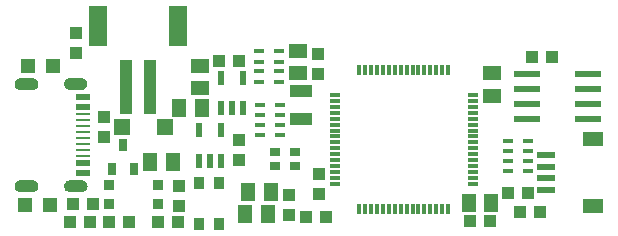
<source format=gbr>
G04 EAGLE Gerber RS-274X export*
G75*
%MOMM*%
%FSLAX34Y34*%
%LPD*%
%INSolderpaste Top*%
%IPPOS*%
%AMOC8*
5,1,8,0,0,1.08239X$1,22.5*%
G01*
%ADD10R,1.240000X1.500000*%
%ADD11R,1.000000X1.075000*%
%ADD12R,1.200000X1.200000*%
%ADD13R,1.075000X1.000000*%
%ADD14R,0.900000X0.900000*%
%ADD15R,0.550000X1.200000*%
%ADD16R,1.000000X4.600000*%
%ADD17R,1.600000X3.400000*%
%ADD18R,1.500000X1.240000*%
%ADD19R,1.900000X1.100000*%
%ADD20R,0.850000X1.000000*%
%ADD21R,2.200000X0.600000*%
%ADD22R,1.400000X1.400000*%
%ADD23R,0.635000X1.016000*%
%ADD24R,0.900000X0.450000*%
%ADD25R,0.900000X0.300000*%
%ADD26R,0.300000X0.900000*%
%ADD27R,1.550000X0.600000*%
%ADD28R,1.800000X1.200000*%
%ADD29R,1.150000X0.575000*%
%ADD30R,1.150000X0.275000*%
%ADD31R,0.900000X0.750000*%

G36*
X61468Y153919D02*
X61468Y153919D01*
X61469Y153919D01*
X62542Y154040D01*
X62543Y154041D01*
X62544Y154040D01*
X63564Y154397D01*
X63564Y154398D01*
X63565Y154398D01*
X64480Y154973D01*
X64481Y154973D01*
X65245Y155738D01*
X65820Y156653D01*
X65820Y156654D01*
X65821Y156654D01*
X66178Y157674D01*
X66178Y157675D01*
X66177Y157675D01*
X66178Y157676D01*
X66178Y157680D01*
X66179Y157685D01*
X66180Y157690D01*
X66182Y157710D01*
X66182Y157714D01*
X66182Y157715D01*
X66183Y157719D01*
X66183Y157720D01*
X66183Y157724D01*
X66184Y157729D01*
X66185Y157734D01*
X66185Y157739D01*
X66186Y157744D01*
X66186Y157749D01*
X66188Y157769D01*
X66189Y157769D01*
X66189Y157774D01*
X66190Y157779D01*
X66190Y157784D01*
X66191Y157789D01*
X66191Y157794D01*
X66192Y157799D01*
X66192Y157804D01*
X66193Y157809D01*
X66195Y157829D01*
X66196Y157834D01*
X66196Y157839D01*
X66197Y157844D01*
X66197Y157849D01*
X66198Y157854D01*
X66199Y157859D01*
X66199Y157864D01*
X66202Y157888D01*
X66202Y157893D01*
X66203Y157893D01*
X66202Y157893D01*
X66203Y157898D01*
X66204Y157903D01*
X66204Y157908D01*
X66205Y157913D01*
X66205Y157918D01*
X66206Y157923D01*
X66209Y157948D01*
X66209Y157953D01*
X66210Y157958D01*
X66210Y157963D01*
X66211Y157968D01*
X66211Y157973D01*
X66212Y157978D01*
X66213Y157983D01*
X66215Y158003D01*
X66215Y158008D01*
X66216Y158013D01*
X66216Y158018D01*
X66217Y158018D01*
X66216Y158018D01*
X66217Y158023D01*
X66218Y158028D01*
X66218Y158032D01*
X66218Y158033D01*
X66219Y158037D01*
X66219Y158038D01*
X66219Y158042D01*
X66222Y158062D01*
X66222Y158067D01*
X66223Y158072D01*
X66223Y158077D01*
X66224Y158082D01*
X66224Y158087D01*
X66225Y158092D01*
X66225Y158097D01*
X66226Y158102D01*
X66228Y158122D01*
X66229Y158127D01*
X66229Y158132D01*
X66230Y158137D01*
X66230Y158142D01*
X66231Y158142D01*
X66230Y158142D01*
X66231Y158147D01*
X66232Y158152D01*
X66232Y158157D01*
X66233Y158162D01*
X66235Y158182D01*
X66236Y158187D01*
X66236Y158191D01*
X66236Y158192D01*
X66237Y158196D01*
X66237Y158197D01*
X66237Y158201D01*
X66238Y158206D01*
X66238Y158211D01*
X66239Y158216D01*
X66242Y158241D01*
X66242Y158246D01*
X66243Y158251D01*
X66243Y158256D01*
X66244Y158261D01*
X66244Y158266D01*
X66245Y158266D01*
X66244Y158266D01*
X66245Y158271D01*
X66246Y158276D01*
X66248Y158301D01*
X66249Y158306D01*
X66250Y158311D01*
X66250Y158316D01*
X66251Y158321D01*
X66251Y158326D01*
X66252Y158331D01*
X66252Y158336D01*
X66255Y158355D01*
X66255Y158356D01*
X66255Y158360D01*
X66256Y158365D01*
X66256Y158370D01*
X66257Y158375D01*
X66257Y158380D01*
X66258Y158385D01*
X66258Y158390D01*
X66259Y158390D01*
X66258Y158390D01*
X66259Y158395D01*
X66261Y158415D01*
X66262Y158420D01*
X66262Y158425D01*
X66263Y158430D01*
X66264Y158435D01*
X66264Y158440D01*
X66265Y158445D01*
X66265Y158450D01*
X66266Y158455D01*
X66268Y158475D01*
X66269Y158480D01*
X66269Y158485D01*
X66270Y158490D01*
X66270Y158495D01*
X66271Y158500D01*
X66271Y158505D01*
X66272Y158509D01*
X66272Y158510D01*
X66272Y158514D01*
X66273Y158514D01*
X66272Y158515D01*
X66275Y158534D01*
X66275Y158539D01*
X66276Y158544D01*
X66276Y158549D01*
X66277Y158554D01*
X66278Y158559D01*
X66278Y158564D01*
X66279Y158569D01*
X66281Y158594D01*
X66282Y158599D01*
X66283Y158604D01*
X66283Y158609D01*
X66284Y158614D01*
X66284Y158619D01*
X66285Y158624D01*
X66285Y158629D01*
X66288Y158654D01*
X66289Y158659D01*
X66289Y158664D01*
X66290Y158668D01*
X66290Y158669D01*
X66290Y158673D01*
X66290Y158674D01*
X66291Y158678D01*
X66292Y158683D01*
X66292Y158688D01*
X66294Y158708D01*
X66295Y158713D01*
X66295Y158718D01*
X66296Y158723D01*
X66297Y158728D01*
X66297Y158733D01*
X66298Y158738D01*
X66298Y158743D01*
X66299Y158748D01*
X66299Y158749D01*
X66299Y158750D01*
X66299Y158751D01*
X66172Y159881D01*
X66171Y159881D01*
X66171Y159882D01*
X65796Y160956D01*
X65795Y160956D01*
X65795Y160957D01*
X65190Y161920D01*
X65189Y161920D01*
X65189Y161921D01*
X64385Y162725D01*
X64384Y162725D01*
X64384Y162726D01*
X63421Y163331D01*
X63420Y163331D01*
X63420Y163332D01*
X62346Y163707D01*
X62345Y163707D01*
X62345Y163708D01*
X61215Y163835D01*
X61214Y163835D01*
X51562Y163835D01*
X51561Y163835D01*
X51312Y163807D01*
X51268Y163802D01*
X51224Y163797D01*
X51180Y163792D01*
X50651Y163732D01*
X50607Y163727D01*
X50563Y163722D01*
X50562Y163722D01*
X50518Y163717D01*
X50431Y163708D01*
X50431Y163707D01*
X50430Y163707D01*
X49356Y163332D01*
X49356Y163331D01*
X49355Y163331D01*
X48392Y162726D01*
X48392Y162725D01*
X48391Y162725D01*
X47587Y161921D01*
X47587Y161920D01*
X47586Y161920D01*
X46981Y160957D01*
X46981Y160956D01*
X46980Y160956D01*
X46605Y159882D01*
X46605Y159881D01*
X46604Y159881D01*
X46602Y159862D01*
X46602Y159857D01*
X46601Y159852D01*
X46601Y159847D01*
X46600Y159842D01*
X46600Y159837D01*
X46599Y159832D01*
X46598Y159828D01*
X46598Y159827D01*
X46598Y159823D01*
X46598Y159822D01*
X46596Y159803D01*
X46595Y159798D01*
X46595Y159793D01*
X46594Y159793D01*
X46595Y159793D01*
X46594Y159788D01*
X46593Y159783D01*
X46593Y159778D01*
X46592Y159773D01*
X46592Y159768D01*
X46591Y159763D01*
X46589Y159743D01*
X46588Y159738D01*
X46588Y159733D01*
X46587Y159728D01*
X46587Y159723D01*
X46586Y159718D01*
X46586Y159713D01*
X46585Y159708D01*
X46584Y159703D01*
X46582Y159683D01*
X46582Y159678D01*
X46581Y159673D01*
X46581Y159669D01*
X46580Y159668D01*
X46581Y159668D01*
X46580Y159664D01*
X46580Y159663D01*
X46579Y159659D01*
X46579Y159654D01*
X46578Y159649D01*
X46578Y159644D01*
X46575Y159624D01*
X46575Y159619D01*
X46574Y159614D01*
X46574Y159609D01*
X46573Y159604D01*
X46573Y159599D01*
X46572Y159594D01*
X46572Y159589D01*
X46571Y159584D01*
X46569Y159564D01*
X46568Y159559D01*
X46568Y159554D01*
X46567Y159549D01*
X46567Y159544D01*
X46566Y159544D01*
X46567Y159544D01*
X46566Y159539D01*
X46565Y159534D01*
X46565Y159529D01*
X46564Y159524D01*
X46562Y159505D01*
X46562Y159504D01*
X46561Y159500D01*
X46561Y159495D01*
X46560Y159490D01*
X46560Y159485D01*
X46559Y159480D01*
X46559Y159475D01*
X46558Y159470D01*
X46558Y159465D01*
X46555Y159445D01*
X46555Y159440D01*
X46554Y159435D01*
X46554Y159430D01*
X46553Y159425D01*
X46553Y159420D01*
X46552Y159420D01*
X46553Y159420D01*
X46552Y159415D01*
X46551Y159410D01*
X46551Y159405D01*
X46549Y159385D01*
X46548Y159380D01*
X46547Y159375D01*
X46547Y159370D01*
X46546Y159365D01*
X46546Y159360D01*
X46545Y159355D01*
X46545Y159351D01*
X46545Y159350D01*
X46544Y159346D01*
X46544Y159345D01*
X46542Y159326D01*
X46541Y159321D01*
X46541Y159316D01*
X46540Y159311D01*
X46540Y159306D01*
X46539Y159301D01*
X46539Y159296D01*
X46538Y159296D01*
X46539Y159296D01*
X46538Y159291D01*
X46537Y159286D01*
X46535Y159266D01*
X46535Y159261D01*
X46534Y159256D01*
X46533Y159251D01*
X46533Y159246D01*
X46532Y159241D01*
X46532Y159236D01*
X46531Y159231D01*
X46528Y159206D01*
X46528Y159201D01*
X46527Y159196D01*
X46527Y159192D01*
X46527Y159191D01*
X46526Y159187D01*
X46526Y159186D01*
X46526Y159182D01*
X46525Y159177D01*
X46525Y159172D01*
X46524Y159172D01*
X46525Y159172D01*
X46522Y159147D01*
X46521Y159142D01*
X46521Y159137D01*
X46520Y159132D01*
X46519Y159127D01*
X46519Y159122D01*
X46518Y159117D01*
X46518Y159112D01*
X46515Y159087D01*
X46514Y159082D01*
X46514Y159077D01*
X46513Y159072D01*
X46513Y159067D01*
X46512Y159062D01*
X46512Y159057D01*
X46511Y159052D01*
X46508Y159028D01*
X46508Y159027D01*
X46508Y159023D01*
X46507Y159018D01*
X46507Y159013D01*
X46506Y159008D01*
X46505Y159003D01*
X46505Y158998D01*
X46504Y158993D01*
X46502Y158968D01*
X46501Y158963D01*
X46500Y158958D01*
X46500Y158953D01*
X46499Y158948D01*
X46499Y158943D01*
X46498Y158938D01*
X46498Y158933D01*
X46495Y158913D01*
X46495Y158908D01*
X46494Y158903D01*
X46494Y158898D01*
X46493Y158893D01*
X46493Y158888D01*
X46492Y158883D01*
X46491Y158878D01*
X46491Y158874D01*
X46491Y158873D01*
X46489Y158854D01*
X46488Y158849D01*
X46488Y158844D01*
X46487Y158839D01*
X46486Y158834D01*
X46486Y158829D01*
X46485Y158824D01*
X46485Y158819D01*
X46484Y158814D01*
X46482Y158794D01*
X46481Y158789D01*
X46481Y158784D01*
X46480Y158779D01*
X46480Y158774D01*
X46479Y158769D01*
X46479Y158764D01*
X46478Y158759D01*
X46477Y158754D01*
X46477Y158751D01*
X46478Y158750D01*
X46477Y158749D01*
X46598Y157676D01*
X46599Y157675D01*
X46598Y157674D01*
X46955Y156654D01*
X46956Y156654D01*
X46956Y156653D01*
X47531Y155738D01*
X48296Y154973D01*
X49211Y154398D01*
X49212Y154398D01*
X49212Y154397D01*
X50232Y154040D01*
X50233Y154041D01*
X50234Y154040D01*
X51307Y153919D01*
X51308Y153919D01*
X61468Y153919D01*
X61468Y153919D01*
G37*
G36*
X19685Y153792D02*
X19685Y153792D01*
X19686Y153792D01*
X20759Y153913D01*
X20760Y153914D01*
X20761Y153913D01*
X21781Y154270D01*
X21781Y154271D01*
X21782Y154271D01*
X22697Y154846D01*
X22698Y154846D01*
X23462Y155611D01*
X24037Y156526D01*
X24037Y156527D01*
X24038Y156527D01*
X24395Y157547D01*
X24395Y157548D01*
X24394Y157548D01*
X24395Y157549D01*
X24395Y157553D01*
X24396Y157558D01*
X24397Y157563D01*
X24399Y157583D01*
X24399Y157587D01*
X24399Y157588D01*
X24400Y157592D01*
X24400Y157593D01*
X24400Y157597D01*
X24401Y157602D01*
X24402Y157607D01*
X24402Y157612D01*
X24403Y157617D01*
X24403Y157622D01*
X24405Y157642D01*
X24406Y157642D01*
X24406Y157647D01*
X24407Y157652D01*
X24407Y157657D01*
X24408Y157662D01*
X24408Y157667D01*
X24409Y157672D01*
X24409Y157677D01*
X24410Y157682D01*
X24412Y157702D01*
X24413Y157707D01*
X24413Y157712D01*
X24414Y157717D01*
X24414Y157722D01*
X24415Y157727D01*
X24416Y157732D01*
X24416Y157737D01*
X24419Y157761D01*
X24419Y157766D01*
X24420Y157766D01*
X24419Y157766D01*
X24420Y157771D01*
X24421Y157776D01*
X24421Y157781D01*
X24422Y157786D01*
X24422Y157791D01*
X24423Y157796D01*
X24426Y157821D01*
X24426Y157826D01*
X24427Y157831D01*
X24427Y157836D01*
X24428Y157841D01*
X24428Y157846D01*
X24429Y157851D01*
X24430Y157856D01*
X24432Y157876D01*
X24432Y157881D01*
X24433Y157886D01*
X24433Y157891D01*
X24434Y157891D01*
X24433Y157891D01*
X24434Y157896D01*
X24435Y157901D01*
X24435Y157905D01*
X24435Y157906D01*
X24436Y157910D01*
X24436Y157911D01*
X24436Y157915D01*
X24439Y157935D01*
X24439Y157940D01*
X24440Y157945D01*
X24440Y157950D01*
X24441Y157955D01*
X24441Y157960D01*
X24442Y157965D01*
X24442Y157970D01*
X24443Y157975D01*
X24445Y157995D01*
X24446Y158000D01*
X24446Y158005D01*
X24447Y158010D01*
X24447Y158015D01*
X24448Y158015D01*
X24447Y158015D01*
X24448Y158020D01*
X24449Y158025D01*
X24449Y158030D01*
X24450Y158035D01*
X24452Y158055D01*
X24453Y158060D01*
X24453Y158064D01*
X24453Y158065D01*
X24454Y158069D01*
X24454Y158070D01*
X24454Y158074D01*
X24455Y158079D01*
X24455Y158084D01*
X24456Y158089D01*
X24459Y158114D01*
X24459Y158119D01*
X24460Y158124D01*
X24460Y158129D01*
X24461Y158134D01*
X24461Y158139D01*
X24462Y158139D01*
X24461Y158139D01*
X24462Y158144D01*
X24463Y158149D01*
X24465Y158174D01*
X24466Y158179D01*
X24467Y158184D01*
X24467Y158189D01*
X24468Y158194D01*
X24468Y158199D01*
X24469Y158204D01*
X24469Y158209D01*
X24472Y158228D01*
X24472Y158229D01*
X24472Y158233D01*
X24473Y158238D01*
X24473Y158243D01*
X24474Y158248D01*
X24474Y158253D01*
X24475Y158258D01*
X24475Y158263D01*
X24476Y158263D01*
X24475Y158263D01*
X24476Y158268D01*
X24478Y158288D01*
X24479Y158293D01*
X24479Y158298D01*
X24480Y158303D01*
X24481Y158308D01*
X24481Y158313D01*
X24482Y158318D01*
X24482Y158323D01*
X24483Y158328D01*
X24485Y158348D01*
X24486Y158353D01*
X24486Y158358D01*
X24487Y158363D01*
X24487Y158368D01*
X24488Y158373D01*
X24488Y158378D01*
X24489Y158382D01*
X24489Y158383D01*
X24489Y158387D01*
X24490Y158387D01*
X24489Y158388D01*
X24492Y158407D01*
X24492Y158412D01*
X24493Y158417D01*
X24493Y158422D01*
X24494Y158427D01*
X24495Y158432D01*
X24495Y158437D01*
X24496Y158442D01*
X24498Y158467D01*
X24499Y158472D01*
X24500Y158477D01*
X24500Y158482D01*
X24501Y158487D01*
X24501Y158492D01*
X24502Y158497D01*
X24502Y158502D01*
X24505Y158527D01*
X24506Y158532D01*
X24506Y158537D01*
X24507Y158541D01*
X24507Y158542D01*
X24507Y158546D01*
X24507Y158547D01*
X24508Y158551D01*
X24509Y158556D01*
X24509Y158561D01*
X24511Y158581D01*
X24512Y158586D01*
X24512Y158591D01*
X24513Y158596D01*
X24514Y158601D01*
X24514Y158606D01*
X24515Y158611D01*
X24515Y158616D01*
X24516Y158621D01*
X24516Y158622D01*
X24516Y158623D01*
X24516Y158624D01*
X24389Y159754D01*
X24388Y159754D01*
X24388Y159755D01*
X24013Y160829D01*
X24012Y160829D01*
X24012Y160830D01*
X23407Y161793D01*
X23406Y161793D01*
X23406Y161794D01*
X22602Y162598D01*
X22601Y162598D01*
X22601Y162599D01*
X21638Y163204D01*
X21637Y163204D01*
X21637Y163205D01*
X20563Y163580D01*
X20562Y163580D01*
X20562Y163581D01*
X19432Y163708D01*
X19431Y163708D01*
X9779Y163708D01*
X9778Y163708D01*
X9529Y163680D01*
X9485Y163675D01*
X9441Y163670D01*
X9397Y163665D01*
X8868Y163605D01*
X8824Y163600D01*
X8780Y163595D01*
X8779Y163595D01*
X8735Y163590D01*
X8648Y163581D01*
X8648Y163580D01*
X8647Y163580D01*
X7573Y163205D01*
X7573Y163204D01*
X7572Y163204D01*
X6609Y162599D01*
X6609Y162598D01*
X6608Y162598D01*
X5804Y161794D01*
X5804Y161793D01*
X5803Y161793D01*
X5198Y160830D01*
X5198Y160829D01*
X5197Y160829D01*
X4822Y159755D01*
X4822Y159754D01*
X4821Y159754D01*
X4819Y159735D01*
X4819Y159730D01*
X4818Y159725D01*
X4818Y159720D01*
X4817Y159715D01*
X4817Y159710D01*
X4816Y159705D01*
X4815Y159701D01*
X4815Y159700D01*
X4815Y159696D01*
X4815Y159695D01*
X4813Y159676D01*
X4812Y159671D01*
X4812Y159666D01*
X4811Y159666D01*
X4812Y159666D01*
X4811Y159661D01*
X4810Y159656D01*
X4810Y159651D01*
X4809Y159646D01*
X4809Y159641D01*
X4808Y159636D01*
X4806Y159616D01*
X4805Y159611D01*
X4805Y159606D01*
X4804Y159601D01*
X4804Y159596D01*
X4803Y159591D01*
X4803Y159586D01*
X4802Y159581D01*
X4801Y159576D01*
X4799Y159556D01*
X4799Y159551D01*
X4798Y159546D01*
X4798Y159542D01*
X4797Y159541D01*
X4798Y159541D01*
X4797Y159537D01*
X4797Y159536D01*
X4796Y159532D01*
X4796Y159527D01*
X4795Y159522D01*
X4795Y159517D01*
X4792Y159497D01*
X4792Y159492D01*
X4791Y159487D01*
X4791Y159482D01*
X4790Y159477D01*
X4790Y159472D01*
X4789Y159467D01*
X4789Y159462D01*
X4788Y159457D01*
X4786Y159437D01*
X4785Y159432D01*
X4785Y159427D01*
X4784Y159422D01*
X4784Y159417D01*
X4783Y159417D01*
X4784Y159417D01*
X4783Y159412D01*
X4782Y159407D01*
X4782Y159402D01*
X4781Y159397D01*
X4779Y159378D01*
X4779Y159377D01*
X4778Y159373D01*
X4778Y159368D01*
X4777Y159363D01*
X4777Y159358D01*
X4776Y159353D01*
X4776Y159348D01*
X4775Y159343D01*
X4775Y159338D01*
X4772Y159318D01*
X4772Y159313D01*
X4771Y159308D01*
X4771Y159303D01*
X4770Y159298D01*
X4770Y159293D01*
X4769Y159293D01*
X4770Y159293D01*
X4769Y159288D01*
X4768Y159283D01*
X4768Y159278D01*
X4766Y159258D01*
X4765Y159253D01*
X4764Y159248D01*
X4764Y159243D01*
X4763Y159238D01*
X4763Y159233D01*
X4762Y159228D01*
X4762Y159224D01*
X4762Y159223D01*
X4761Y159219D01*
X4761Y159218D01*
X4759Y159199D01*
X4758Y159194D01*
X4758Y159189D01*
X4757Y159184D01*
X4757Y159179D01*
X4756Y159174D01*
X4756Y159169D01*
X4755Y159169D01*
X4756Y159169D01*
X4755Y159164D01*
X4754Y159159D01*
X4752Y159139D01*
X4752Y159134D01*
X4751Y159129D01*
X4750Y159124D01*
X4750Y159119D01*
X4749Y159114D01*
X4749Y159109D01*
X4748Y159104D01*
X4745Y159079D01*
X4745Y159074D01*
X4744Y159069D01*
X4744Y159065D01*
X4744Y159064D01*
X4743Y159060D01*
X4743Y159059D01*
X4743Y159055D01*
X4742Y159050D01*
X4742Y159045D01*
X4741Y159045D01*
X4742Y159045D01*
X4739Y159020D01*
X4738Y159015D01*
X4738Y159010D01*
X4737Y159005D01*
X4736Y159000D01*
X4736Y158995D01*
X4735Y158990D01*
X4735Y158985D01*
X4732Y158960D01*
X4731Y158955D01*
X4731Y158950D01*
X4730Y158945D01*
X4730Y158940D01*
X4729Y158935D01*
X4729Y158930D01*
X4728Y158925D01*
X4725Y158901D01*
X4725Y158900D01*
X4725Y158896D01*
X4724Y158891D01*
X4724Y158886D01*
X4723Y158881D01*
X4722Y158876D01*
X4722Y158871D01*
X4721Y158866D01*
X4719Y158841D01*
X4718Y158836D01*
X4717Y158831D01*
X4717Y158826D01*
X4716Y158821D01*
X4716Y158816D01*
X4715Y158811D01*
X4715Y158806D01*
X4712Y158786D01*
X4712Y158781D01*
X4711Y158776D01*
X4711Y158771D01*
X4710Y158766D01*
X4710Y158761D01*
X4709Y158756D01*
X4708Y158751D01*
X4708Y158747D01*
X4708Y158746D01*
X4706Y158727D01*
X4705Y158722D01*
X4705Y158717D01*
X4704Y158712D01*
X4703Y158707D01*
X4703Y158702D01*
X4702Y158697D01*
X4702Y158692D01*
X4701Y158687D01*
X4699Y158667D01*
X4698Y158662D01*
X4698Y158657D01*
X4697Y158652D01*
X4697Y158647D01*
X4696Y158642D01*
X4696Y158637D01*
X4695Y158632D01*
X4694Y158627D01*
X4694Y158624D01*
X4695Y158623D01*
X4694Y158622D01*
X4815Y157549D01*
X4816Y157548D01*
X4815Y157547D01*
X5172Y156527D01*
X5173Y156527D01*
X5173Y156526D01*
X5748Y155611D01*
X6513Y154846D01*
X7428Y154271D01*
X7429Y154271D01*
X7429Y154270D01*
X8449Y153913D01*
X8450Y153914D01*
X8451Y153913D01*
X9524Y153792D01*
X9525Y153792D01*
X19685Y153792D01*
X19685Y153792D01*
G37*
G36*
X61595Y67432D02*
X61595Y67432D01*
X61596Y67432D01*
X62669Y67553D01*
X62670Y67554D01*
X62671Y67553D01*
X63691Y67910D01*
X63691Y67911D01*
X63692Y67911D01*
X64607Y68486D01*
X64608Y68486D01*
X65372Y69251D01*
X65947Y70166D01*
X65947Y70167D01*
X65948Y70167D01*
X66305Y71187D01*
X66305Y71188D01*
X66304Y71188D01*
X66305Y71189D01*
X66305Y71193D01*
X66306Y71198D01*
X66307Y71203D01*
X66309Y71223D01*
X66309Y71227D01*
X66309Y71228D01*
X66310Y71232D01*
X66310Y71233D01*
X66310Y71237D01*
X66311Y71242D01*
X66312Y71247D01*
X66312Y71252D01*
X66313Y71257D01*
X66313Y71262D01*
X66315Y71282D01*
X66316Y71282D01*
X66316Y71287D01*
X66317Y71292D01*
X66317Y71297D01*
X66318Y71302D01*
X66318Y71307D01*
X66319Y71312D01*
X66319Y71317D01*
X66320Y71322D01*
X66322Y71342D01*
X66323Y71347D01*
X66323Y71352D01*
X66324Y71357D01*
X66324Y71362D01*
X66325Y71367D01*
X66326Y71372D01*
X66326Y71377D01*
X66329Y71401D01*
X66329Y71406D01*
X66330Y71406D01*
X66329Y71406D01*
X66330Y71411D01*
X66331Y71416D01*
X66331Y71421D01*
X66332Y71426D01*
X66332Y71431D01*
X66333Y71436D01*
X66336Y71461D01*
X66336Y71466D01*
X66337Y71471D01*
X66337Y71476D01*
X66338Y71481D01*
X66338Y71486D01*
X66339Y71491D01*
X66340Y71496D01*
X66342Y71516D01*
X66342Y71521D01*
X66343Y71526D01*
X66343Y71531D01*
X66344Y71531D01*
X66343Y71531D01*
X66344Y71536D01*
X66345Y71541D01*
X66345Y71545D01*
X66345Y71546D01*
X66346Y71550D01*
X66346Y71551D01*
X66346Y71555D01*
X66349Y71575D01*
X66349Y71580D01*
X66350Y71585D01*
X66350Y71590D01*
X66351Y71595D01*
X66351Y71600D01*
X66352Y71605D01*
X66352Y71610D01*
X66353Y71615D01*
X66355Y71635D01*
X66356Y71640D01*
X66356Y71645D01*
X66357Y71650D01*
X66357Y71655D01*
X66358Y71655D01*
X66357Y71655D01*
X66358Y71660D01*
X66359Y71665D01*
X66359Y71670D01*
X66360Y71675D01*
X66362Y71695D01*
X66363Y71700D01*
X66363Y71704D01*
X66363Y71705D01*
X66364Y71709D01*
X66364Y71710D01*
X66364Y71714D01*
X66365Y71719D01*
X66365Y71724D01*
X66366Y71729D01*
X66369Y71754D01*
X66369Y71759D01*
X66370Y71764D01*
X66370Y71769D01*
X66371Y71774D01*
X66371Y71779D01*
X66372Y71779D01*
X66371Y71779D01*
X66372Y71784D01*
X66373Y71789D01*
X66375Y71814D01*
X66376Y71819D01*
X66377Y71824D01*
X66377Y71829D01*
X66378Y71834D01*
X66378Y71839D01*
X66379Y71844D01*
X66379Y71849D01*
X66382Y71868D01*
X66382Y71869D01*
X66382Y71873D01*
X66383Y71878D01*
X66383Y71883D01*
X66384Y71888D01*
X66384Y71893D01*
X66385Y71898D01*
X66385Y71903D01*
X66386Y71903D01*
X66385Y71903D01*
X66386Y71908D01*
X66388Y71928D01*
X66389Y71933D01*
X66389Y71938D01*
X66390Y71943D01*
X66391Y71948D01*
X66391Y71953D01*
X66392Y71958D01*
X66392Y71963D01*
X66393Y71968D01*
X66395Y71988D01*
X66396Y71993D01*
X66396Y71998D01*
X66397Y72003D01*
X66397Y72008D01*
X66398Y72013D01*
X66398Y72018D01*
X66399Y72022D01*
X66399Y72023D01*
X66399Y72027D01*
X66400Y72027D01*
X66399Y72028D01*
X66402Y72047D01*
X66402Y72052D01*
X66403Y72057D01*
X66403Y72062D01*
X66404Y72067D01*
X66405Y72072D01*
X66405Y72077D01*
X66406Y72082D01*
X66408Y72107D01*
X66409Y72112D01*
X66410Y72117D01*
X66410Y72122D01*
X66411Y72127D01*
X66411Y72132D01*
X66412Y72137D01*
X66412Y72142D01*
X66415Y72167D01*
X66416Y72172D01*
X66416Y72177D01*
X66417Y72181D01*
X66417Y72182D01*
X66417Y72186D01*
X66417Y72187D01*
X66418Y72191D01*
X66419Y72196D01*
X66419Y72201D01*
X66421Y72221D01*
X66422Y72226D01*
X66422Y72231D01*
X66423Y72236D01*
X66424Y72241D01*
X66424Y72246D01*
X66425Y72251D01*
X66425Y72256D01*
X66426Y72261D01*
X66426Y72262D01*
X66426Y72263D01*
X66426Y72264D01*
X66299Y73394D01*
X66298Y73394D01*
X66298Y73395D01*
X65923Y74469D01*
X65922Y74469D01*
X65922Y74470D01*
X65317Y75433D01*
X65316Y75433D01*
X65316Y75434D01*
X64512Y76238D01*
X64511Y76238D01*
X64511Y76239D01*
X63548Y76844D01*
X63547Y76844D01*
X63547Y76845D01*
X62473Y77220D01*
X62472Y77220D01*
X62472Y77221D01*
X61342Y77348D01*
X61341Y77348D01*
X51689Y77348D01*
X51688Y77348D01*
X51439Y77320D01*
X51395Y77315D01*
X51351Y77310D01*
X51307Y77305D01*
X50778Y77245D01*
X50734Y77240D01*
X50690Y77235D01*
X50689Y77235D01*
X50645Y77230D01*
X50558Y77221D01*
X50558Y77220D01*
X50557Y77220D01*
X49483Y76845D01*
X49483Y76844D01*
X49482Y76844D01*
X48519Y76239D01*
X48519Y76238D01*
X48518Y76238D01*
X47714Y75434D01*
X47714Y75433D01*
X47713Y75433D01*
X47108Y74470D01*
X47108Y74469D01*
X47107Y74469D01*
X46732Y73395D01*
X46732Y73394D01*
X46731Y73394D01*
X46729Y73375D01*
X46729Y73370D01*
X46728Y73365D01*
X46728Y73360D01*
X46727Y73355D01*
X46727Y73350D01*
X46726Y73345D01*
X46725Y73341D01*
X46725Y73340D01*
X46725Y73336D01*
X46725Y73335D01*
X46723Y73316D01*
X46722Y73311D01*
X46722Y73306D01*
X46721Y73306D01*
X46722Y73306D01*
X46721Y73301D01*
X46720Y73296D01*
X46720Y73291D01*
X46719Y73286D01*
X46719Y73281D01*
X46718Y73276D01*
X46716Y73256D01*
X46715Y73251D01*
X46715Y73246D01*
X46714Y73241D01*
X46714Y73236D01*
X46713Y73231D01*
X46713Y73226D01*
X46712Y73221D01*
X46711Y73216D01*
X46709Y73196D01*
X46709Y73191D01*
X46708Y73186D01*
X46708Y73182D01*
X46707Y73181D01*
X46708Y73181D01*
X46707Y73177D01*
X46707Y73176D01*
X46706Y73172D01*
X46706Y73167D01*
X46705Y73162D01*
X46705Y73157D01*
X46702Y73137D01*
X46702Y73132D01*
X46701Y73127D01*
X46701Y73122D01*
X46700Y73117D01*
X46700Y73112D01*
X46699Y73107D01*
X46699Y73102D01*
X46698Y73097D01*
X46696Y73077D01*
X46695Y73072D01*
X46695Y73067D01*
X46694Y73062D01*
X46694Y73057D01*
X46693Y73057D01*
X46694Y73057D01*
X46693Y73052D01*
X46692Y73047D01*
X46692Y73042D01*
X46691Y73037D01*
X46689Y73018D01*
X46689Y73017D01*
X46688Y73013D01*
X46688Y73008D01*
X46687Y73003D01*
X46687Y72998D01*
X46686Y72993D01*
X46686Y72988D01*
X46685Y72983D01*
X46685Y72978D01*
X46682Y72958D01*
X46682Y72953D01*
X46681Y72948D01*
X46681Y72943D01*
X46680Y72938D01*
X46680Y72933D01*
X46679Y72933D01*
X46680Y72933D01*
X46679Y72928D01*
X46678Y72923D01*
X46678Y72918D01*
X46676Y72898D01*
X46675Y72893D01*
X46674Y72888D01*
X46674Y72883D01*
X46673Y72878D01*
X46673Y72873D01*
X46672Y72868D01*
X46672Y72864D01*
X46672Y72863D01*
X46671Y72859D01*
X46671Y72858D01*
X46669Y72839D01*
X46668Y72834D01*
X46668Y72829D01*
X46667Y72824D01*
X46667Y72819D01*
X46666Y72814D01*
X46666Y72809D01*
X46665Y72809D01*
X46666Y72809D01*
X46665Y72804D01*
X46664Y72799D01*
X46662Y72779D01*
X46662Y72774D01*
X46661Y72769D01*
X46660Y72764D01*
X46660Y72759D01*
X46659Y72754D01*
X46659Y72749D01*
X46658Y72744D01*
X46655Y72719D01*
X46655Y72714D01*
X46654Y72709D01*
X46654Y72705D01*
X46654Y72704D01*
X46653Y72700D01*
X46653Y72699D01*
X46653Y72695D01*
X46652Y72690D01*
X46652Y72685D01*
X46651Y72685D01*
X46652Y72685D01*
X46649Y72660D01*
X46648Y72655D01*
X46648Y72650D01*
X46647Y72645D01*
X46646Y72640D01*
X46646Y72635D01*
X46645Y72630D01*
X46645Y72625D01*
X46642Y72600D01*
X46641Y72595D01*
X46641Y72590D01*
X46640Y72585D01*
X46640Y72580D01*
X46639Y72575D01*
X46639Y72570D01*
X46638Y72565D01*
X46635Y72541D01*
X46635Y72540D01*
X46635Y72536D01*
X46634Y72531D01*
X46634Y72526D01*
X46633Y72521D01*
X46632Y72516D01*
X46632Y72511D01*
X46631Y72506D01*
X46629Y72481D01*
X46628Y72476D01*
X46627Y72471D01*
X46627Y72466D01*
X46626Y72461D01*
X46626Y72456D01*
X46625Y72451D01*
X46625Y72446D01*
X46622Y72426D01*
X46622Y72421D01*
X46621Y72416D01*
X46621Y72411D01*
X46620Y72406D01*
X46620Y72401D01*
X46619Y72396D01*
X46618Y72391D01*
X46618Y72387D01*
X46618Y72386D01*
X46616Y72367D01*
X46615Y72362D01*
X46615Y72357D01*
X46614Y72352D01*
X46613Y72347D01*
X46613Y72342D01*
X46612Y72337D01*
X46612Y72332D01*
X46611Y72327D01*
X46609Y72307D01*
X46608Y72302D01*
X46608Y72297D01*
X46607Y72292D01*
X46607Y72287D01*
X46606Y72282D01*
X46606Y72277D01*
X46605Y72272D01*
X46604Y72267D01*
X46604Y72264D01*
X46605Y72263D01*
X46604Y72262D01*
X46725Y71189D01*
X46726Y71188D01*
X46725Y71187D01*
X47082Y70167D01*
X47083Y70167D01*
X47083Y70166D01*
X47658Y69251D01*
X48423Y68486D01*
X49338Y67911D01*
X49339Y67911D01*
X49339Y67910D01*
X50359Y67553D01*
X50360Y67554D01*
X50361Y67553D01*
X51434Y67432D01*
X51435Y67432D01*
X61595Y67432D01*
X61595Y67432D01*
G37*
G36*
X19685Y67432D02*
X19685Y67432D01*
X19686Y67432D01*
X20759Y67553D01*
X20760Y67554D01*
X20761Y67553D01*
X21781Y67910D01*
X21781Y67911D01*
X21782Y67911D01*
X22697Y68486D01*
X22698Y68486D01*
X23462Y69251D01*
X24037Y70166D01*
X24037Y70167D01*
X24038Y70167D01*
X24395Y71187D01*
X24395Y71188D01*
X24394Y71188D01*
X24395Y71189D01*
X24395Y71193D01*
X24396Y71198D01*
X24397Y71203D01*
X24399Y71223D01*
X24399Y71227D01*
X24399Y71228D01*
X24400Y71232D01*
X24400Y71233D01*
X24400Y71237D01*
X24401Y71242D01*
X24402Y71247D01*
X24402Y71252D01*
X24403Y71257D01*
X24403Y71262D01*
X24405Y71282D01*
X24406Y71282D01*
X24406Y71287D01*
X24407Y71292D01*
X24407Y71297D01*
X24408Y71302D01*
X24408Y71307D01*
X24409Y71312D01*
X24409Y71317D01*
X24410Y71322D01*
X24412Y71342D01*
X24413Y71347D01*
X24413Y71352D01*
X24414Y71357D01*
X24414Y71362D01*
X24415Y71367D01*
X24416Y71372D01*
X24416Y71377D01*
X24419Y71401D01*
X24419Y71406D01*
X24420Y71406D01*
X24419Y71406D01*
X24420Y71411D01*
X24421Y71416D01*
X24421Y71421D01*
X24422Y71426D01*
X24422Y71431D01*
X24423Y71436D01*
X24426Y71461D01*
X24426Y71466D01*
X24427Y71471D01*
X24427Y71476D01*
X24428Y71481D01*
X24428Y71486D01*
X24429Y71491D01*
X24430Y71496D01*
X24432Y71516D01*
X24432Y71521D01*
X24433Y71526D01*
X24433Y71531D01*
X24434Y71531D01*
X24433Y71531D01*
X24434Y71536D01*
X24435Y71541D01*
X24435Y71545D01*
X24435Y71546D01*
X24436Y71550D01*
X24436Y71551D01*
X24436Y71555D01*
X24439Y71575D01*
X24439Y71580D01*
X24440Y71585D01*
X24440Y71590D01*
X24441Y71595D01*
X24441Y71600D01*
X24442Y71605D01*
X24442Y71610D01*
X24443Y71615D01*
X24445Y71635D01*
X24446Y71640D01*
X24446Y71645D01*
X24447Y71650D01*
X24447Y71655D01*
X24448Y71655D01*
X24447Y71655D01*
X24448Y71660D01*
X24449Y71665D01*
X24449Y71670D01*
X24450Y71675D01*
X24452Y71695D01*
X24453Y71700D01*
X24453Y71704D01*
X24453Y71705D01*
X24454Y71709D01*
X24454Y71710D01*
X24454Y71714D01*
X24455Y71719D01*
X24455Y71724D01*
X24456Y71729D01*
X24459Y71754D01*
X24459Y71759D01*
X24460Y71764D01*
X24460Y71769D01*
X24461Y71774D01*
X24461Y71779D01*
X24462Y71779D01*
X24461Y71779D01*
X24462Y71784D01*
X24463Y71789D01*
X24465Y71814D01*
X24466Y71819D01*
X24467Y71824D01*
X24467Y71829D01*
X24468Y71834D01*
X24468Y71839D01*
X24469Y71844D01*
X24469Y71849D01*
X24472Y71868D01*
X24472Y71869D01*
X24472Y71873D01*
X24473Y71878D01*
X24473Y71883D01*
X24474Y71888D01*
X24474Y71893D01*
X24475Y71898D01*
X24475Y71903D01*
X24476Y71903D01*
X24475Y71903D01*
X24476Y71908D01*
X24478Y71928D01*
X24479Y71933D01*
X24479Y71938D01*
X24480Y71943D01*
X24481Y71948D01*
X24481Y71953D01*
X24482Y71958D01*
X24482Y71963D01*
X24483Y71968D01*
X24485Y71988D01*
X24486Y71993D01*
X24486Y71998D01*
X24487Y72003D01*
X24487Y72008D01*
X24488Y72013D01*
X24488Y72018D01*
X24489Y72022D01*
X24489Y72023D01*
X24489Y72027D01*
X24490Y72027D01*
X24489Y72028D01*
X24492Y72047D01*
X24492Y72052D01*
X24493Y72057D01*
X24493Y72062D01*
X24494Y72067D01*
X24495Y72072D01*
X24495Y72077D01*
X24496Y72082D01*
X24498Y72107D01*
X24499Y72112D01*
X24500Y72117D01*
X24500Y72122D01*
X24501Y72127D01*
X24501Y72132D01*
X24502Y72137D01*
X24502Y72142D01*
X24505Y72167D01*
X24506Y72172D01*
X24506Y72177D01*
X24507Y72181D01*
X24507Y72182D01*
X24507Y72186D01*
X24507Y72187D01*
X24508Y72191D01*
X24509Y72196D01*
X24509Y72201D01*
X24511Y72221D01*
X24512Y72226D01*
X24512Y72231D01*
X24513Y72236D01*
X24514Y72241D01*
X24514Y72246D01*
X24515Y72251D01*
X24515Y72256D01*
X24516Y72261D01*
X24516Y72262D01*
X24516Y72263D01*
X24516Y72264D01*
X24389Y73394D01*
X24388Y73394D01*
X24388Y73395D01*
X24013Y74469D01*
X24012Y74469D01*
X24012Y74470D01*
X23407Y75433D01*
X23406Y75433D01*
X23406Y75434D01*
X22602Y76238D01*
X22601Y76238D01*
X22601Y76239D01*
X21638Y76844D01*
X21637Y76844D01*
X21637Y76845D01*
X20563Y77220D01*
X20562Y77220D01*
X20562Y77221D01*
X19432Y77348D01*
X19431Y77348D01*
X9779Y77348D01*
X9778Y77348D01*
X9529Y77320D01*
X9485Y77315D01*
X9441Y77310D01*
X9397Y77305D01*
X8868Y77245D01*
X8824Y77240D01*
X8780Y77235D01*
X8779Y77235D01*
X8735Y77230D01*
X8648Y77221D01*
X8648Y77220D01*
X8647Y77220D01*
X7573Y76845D01*
X7573Y76844D01*
X7572Y76844D01*
X6609Y76239D01*
X6609Y76238D01*
X6608Y76238D01*
X5804Y75434D01*
X5804Y75433D01*
X5803Y75433D01*
X5198Y74470D01*
X5198Y74469D01*
X5197Y74469D01*
X4822Y73395D01*
X4822Y73394D01*
X4821Y73394D01*
X4819Y73375D01*
X4819Y73370D01*
X4818Y73365D01*
X4818Y73360D01*
X4817Y73355D01*
X4817Y73350D01*
X4816Y73345D01*
X4815Y73341D01*
X4815Y73340D01*
X4815Y73336D01*
X4815Y73335D01*
X4813Y73316D01*
X4812Y73311D01*
X4812Y73306D01*
X4811Y73306D01*
X4812Y73306D01*
X4811Y73301D01*
X4810Y73296D01*
X4810Y73291D01*
X4809Y73286D01*
X4809Y73281D01*
X4808Y73276D01*
X4806Y73256D01*
X4805Y73251D01*
X4805Y73246D01*
X4804Y73241D01*
X4804Y73236D01*
X4803Y73231D01*
X4803Y73226D01*
X4802Y73221D01*
X4801Y73216D01*
X4799Y73196D01*
X4799Y73191D01*
X4798Y73186D01*
X4798Y73182D01*
X4797Y73181D01*
X4798Y73181D01*
X4797Y73177D01*
X4797Y73176D01*
X4796Y73172D01*
X4796Y73167D01*
X4795Y73162D01*
X4795Y73157D01*
X4792Y73137D01*
X4792Y73132D01*
X4791Y73127D01*
X4791Y73122D01*
X4790Y73117D01*
X4790Y73112D01*
X4789Y73107D01*
X4789Y73102D01*
X4788Y73097D01*
X4786Y73077D01*
X4785Y73072D01*
X4785Y73067D01*
X4784Y73062D01*
X4784Y73057D01*
X4783Y73057D01*
X4784Y73057D01*
X4783Y73052D01*
X4782Y73047D01*
X4782Y73042D01*
X4781Y73037D01*
X4779Y73018D01*
X4779Y73017D01*
X4778Y73013D01*
X4778Y73008D01*
X4777Y73003D01*
X4777Y72998D01*
X4776Y72993D01*
X4776Y72988D01*
X4775Y72983D01*
X4775Y72978D01*
X4772Y72958D01*
X4772Y72953D01*
X4771Y72948D01*
X4771Y72943D01*
X4770Y72938D01*
X4770Y72933D01*
X4769Y72933D01*
X4770Y72933D01*
X4769Y72928D01*
X4768Y72923D01*
X4768Y72918D01*
X4766Y72898D01*
X4765Y72893D01*
X4764Y72888D01*
X4764Y72883D01*
X4763Y72878D01*
X4763Y72873D01*
X4762Y72868D01*
X4762Y72864D01*
X4762Y72863D01*
X4761Y72859D01*
X4761Y72858D01*
X4759Y72839D01*
X4758Y72834D01*
X4758Y72829D01*
X4757Y72824D01*
X4757Y72819D01*
X4756Y72814D01*
X4756Y72809D01*
X4755Y72809D01*
X4756Y72809D01*
X4755Y72804D01*
X4754Y72799D01*
X4752Y72779D01*
X4752Y72774D01*
X4751Y72769D01*
X4750Y72764D01*
X4750Y72759D01*
X4749Y72754D01*
X4749Y72749D01*
X4748Y72744D01*
X4745Y72719D01*
X4745Y72714D01*
X4744Y72709D01*
X4744Y72705D01*
X4744Y72704D01*
X4743Y72700D01*
X4743Y72699D01*
X4743Y72695D01*
X4742Y72690D01*
X4742Y72685D01*
X4741Y72685D01*
X4742Y72685D01*
X4739Y72660D01*
X4738Y72655D01*
X4738Y72650D01*
X4737Y72645D01*
X4736Y72640D01*
X4736Y72635D01*
X4735Y72630D01*
X4735Y72625D01*
X4732Y72600D01*
X4731Y72595D01*
X4731Y72590D01*
X4730Y72585D01*
X4730Y72580D01*
X4729Y72575D01*
X4729Y72570D01*
X4728Y72565D01*
X4725Y72541D01*
X4725Y72540D01*
X4725Y72536D01*
X4724Y72531D01*
X4724Y72526D01*
X4723Y72521D01*
X4722Y72516D01*
X4722Y72511D01*
X4721Y72506D01*
X4719Y72481D01*
X4718Y72476D01*
X4717Y72471D01*
X4717Y72466D01*
X4716Y72461D01*
X4716Y72456D01*
X4715Y72451D01*
X4715Y72446D01*
X4712Y72426D01*
X4712Y72421D01*
X4711Y72416D01*
X4711Y72411D01*
X4710Y72406D01*
X4710Y72401D01*
X4709Y72396D01*
X4708Y72391D01*
X4708Y72387D01*
X4708Y72386D01*
X4706Y72367D01*
X4705Y72362D01*
X4705Y72357D01*
X4704Y72352D01*
X4703Y72347D01*
X4703Y72342D01*
X4702Y72337D01*
X4702Y72332D01*
X4701Y72327D01*
X4699Y72307D01*
X4698Y72302D01*
X4698Y72297D01*
X4697Y72292D01*
X4697Y72287D01*
X4696Y72282D01*
X4696Y72277D01*
X4695Y72272D01*
X4694Y72267D01*
X4694Y72264D01*
X4695Y72263D01*
X4694Y72262D01*
X4815Y71189D01*
X4816Y71188D01*
X4815Y71187D01*
X5172Y70167D01*
X5173Y70167D01*
X5173Y70166D01*
X5748Y69251D01*
X6513Y68486D01*
X7428Y67911D01*
X7429Y67911D01*
X7429Y67910D01*
X8449Y67553D01*
X8450Y67554D01*
X8451Y67553D01*
X9524Y67432D01*
X9525Y67432D01*
X19685Y67432D01*
X19685Y67432D01*
G37*
D10*
X119455Y92475D03*
X138455Y92475D03*
D11*
X261790Y166762D03*
X261790Y183762D03*
D10*
X144135Y138580D03*
X163135Y138580D03*
D12*
X15950Y173590D03*
X36950Y173590D03*
D13*
X125993Y41541D03*
X142993Y41541D03*
D11*
X56515Y201540D03*
X56515Y184540D03*
D14*
X84910Y57405D03*
X84910Y73405D03*
X125910Y73405D03*
X125910Y57405D03*
D15*
X160680Y93679D03*
X170180Y93679D03*
X179680Y93679D03*
X179680Y119681D03*
X160680Y119681D03*
D16*
X99220Y156040D03*
X119220Y156040D03*
D17*
X75220Y208040D03*
X143220Y208040D03*
D15*
X179095Y138129D03*
X188595Y138129D03*
X198095Y138129D03*
X198095Y164131D03*
X179095Y164131D03*
D12*
X34630Y55880D03*
X13630Y55880D03*
D13*
X51698Y41910D03*
X68698Y41910D03*
D18*
X161925Y173965D03*
X161925Y154965D03*
D13*
X177555Y177800D03*
X194555Y177800D03*
D19*
X246888Y152716D03*
X246888Y128716D03*
D18*
X244475Y167792D03*
X244475Y186792D03*
D20*
X178041Y74777D03*
X178041Y39777D03*
X160541Y74777D03*
X160541Y39777D03*
D21*
X490185Y142113D03*
X438185Y142113D03*
X490185Y129413D03*
X490185Y154813D03*
X490185Y167513D03*
X438185Y129413D03*
X438185Y154813D03*
X438185Y167513D03*
D11*
X143383Y72635D03*
X143383Y55635D03*
X236778Y47938D03*
X236778Y64938D03*
D22*
X132165Y121920D03*
X95165Y121920D03*
D23*
X96520Y107155D03*
X106020Y87155D03*
X87020Y87155D03*
D24*
X211845Y160355D03*
X228845Y160355D03*
X211845Y169355D03*
X211845Y177355D03*
X211845Y186355D03*
X228845Y186355D03*
X228845Y169355D03*
X228845Y177355D03*
D11*
X194310Y94370D03*
X194310Y111370D03*
D25*
X275510Y74260D03*
X275510Y79260D03*
X275510Y84260D03*
X275510Y89260D03*
X275510Y94260D03*
X275510Y99260D03*
X275510Y104260D03*
X275510Y109260D03*
X275510Y114260D03*
X275510Y119260D03*
X275510Y124260D03*
X275510Y129260D03*
X275510Y134260D03*
X275510Y139260D03*
X275510Y144260D03*
X275510Y149260D03*
X392510Y149260D03*
X392510Y144260D03*
X392510Y139260D03*
X392510Y134260D03*
X392510Y129260D03*
X392510Y124260D03*
X392510Y119260D03*
X392510Y114260D03*
X392510Y109260D03*
X392510Y104260D03*
X392510Y99260D03*
X392510Y94260D03*
X392510Y89260D03*
X392510Y84260D03*
X392510Y79260D03*
X392510Y74260D03*
D26*
X296510Y53260D03*
X301510Y53260D03*
X306510Y53260D03*
X311510Y53260D03*
X316510Y53260D03*
X321510Y53260D03*
X326510Y53260D03*
X331510Y53260D03*
X336510Y53260D03*
X341510Y53260D03*
X346510Y53260D03*
X351510Y53260D03*
X356510Y53260D03*
X361510Y53260D03*
X366510Y53260D03*
X371510Y53260D03*
X296510Y170260D03*
X301510Y170260D03*
X306510Y170260D03*
X311510Y170260D03*
X316510Y170260D03*
X321510Y170260D03*
X326510Y170260D03*
X331510Y170260D03*
X336510Y170260D03*
X346510Y170260D03*
X341510Y170260D03*
X351510Y170260D03*
X356510Y170260D03*
X361510Y170260D03*
X366510Y170260D03*
X371510Y170260D03*
D13*
X84845Y41910D03*
X101845Y41910D03*
D10*
X389280Y57785D03*
X408280Y57785D03*
D18*
X408940Y148615D03*
X408940Y167615D03*
D10*
X200050Y48895D03*
X219050Y48895D03*
X221590Y67310D03*
X202590Y67310D03*
D11*
X262255Y82795D03*
X262255Y65795D03*
D27*
X454920Y78820D03*
X454920Y88820D03*
X454920Y68820D03*
X454920Y98820D03*
D28*
X493920Y55820D03*
X493920Y111820D03*
D24*
X422030Y84790D03*
X439030Y84790D03*
X422030Y93790D03*
X422030Y101790D03*
X422030Y110790D03*
X439030Y110790D03*
X439030Y93790D03*
X439030Y101790D03*
D29*
X62120Y147570D03*
X62120Y139570D03*
D30*
X62120Y133070D03*
X62120Y128070D03*
X62120Y123070D03*
X62120Y118070D03*
X62120Y113070D03*
X62120Y108070D03*
X62120Y103070D03*
X62120Y98070D03*
D29*
X62120Y91570D03*
X62120Y83570D03*
D13*
X70730Y57150D03*
X53730Y57150D03*
D11*
X80010Y113420D03*
X80010Y130420D03*
D31*
X241930Y101500D03*
X225430Y101500D03*
X225430Y89000D03*
X241930Y89000D03*
D24*
X212480Y115270D03*
X229480Y115270D03*
X212480Y124270D03*
X212480Y132270D03*
X212480Y141270D03*
X229480Y141270D03*
X229480Y124270D03*
X229480Y132270D03*
D13*
X449190Y50165D03*
X432190Y50165D03*
X442350Y181610D03*
X459350Y181610D03*
X422665Y66675D03*
X439665Y66675D03*
X407280Y42545D03*
X390280Y42545D03*
X268215Y45720D03*
X251215Y45720D03*
M02*

</source>
